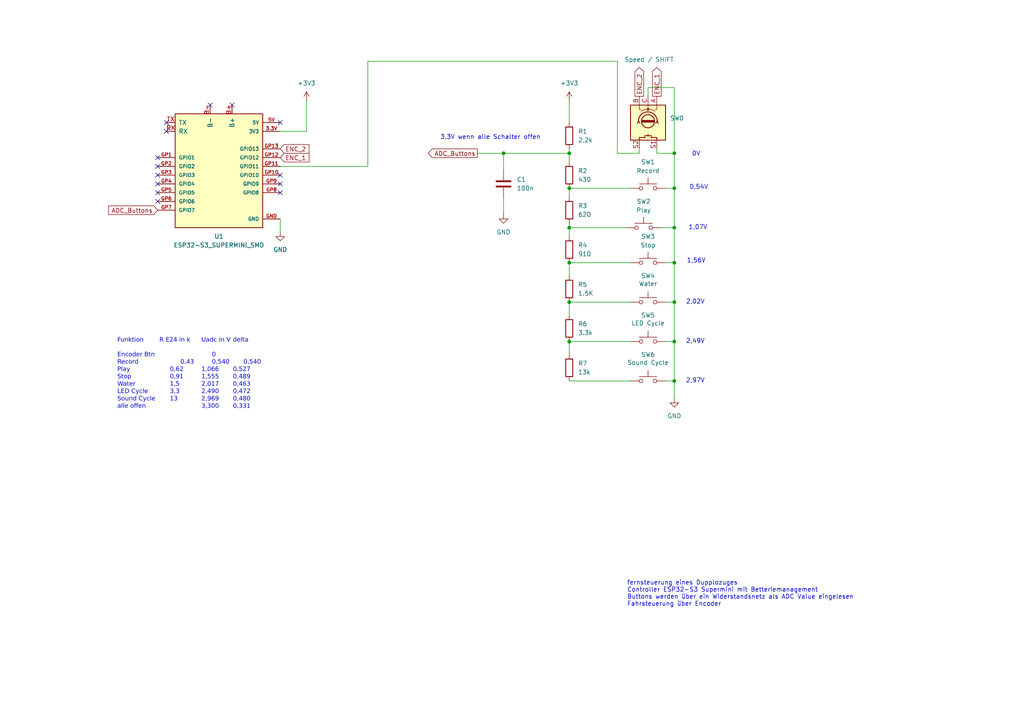
<source format=kicad_sch>
(kicad_sch (version 20250114) (generator "eeschema") (generator_version "9.0")
  (paper "A4")
  (lib_symbols
    (symbol "Device:C" (pin_numbers (hide yes)) (pin_names (offset 0.254))
      (property "Reference" "C" (at 0.635 2.54 0))
      (property "Value" "C" (at 0.635 -2.54 0))
      (symbol "C_0_1"
        (polyline (pts (xy -2.032 0.762) (xy 2.032 0.762)) (stroke (width 0.508)))
        (polyline (pts (xy -2.032 -0.762) (xy 2.032 -0.762)) (stroke (width 0.508)))
      )
      (symbol "C_1_1"
        (pin passive line (at 0 3.81 270) (length 2.794) (name "~") (number "1"))
        (pin passive line (at 0 -3.81 90) (length 2.794) (name "~") (number "2"))
      )
    )
    (symbol "Device:R" (pin_numbers (hide yes)) (pin_names (offset 0))
      (property "Reference" "R" (at 2.032 0 90))
      (property "Value" "R" (at 0 0 90))
      (symbol "R_0_1"
        (rectangle (start -1.016 -2.54) (end 1.016 2.54) (stroke (width 0.254)))
      )
      (symbol "R_1_1"
        (pin passive line (at 0 3.81 270) (length 1.27) (name "~") (number "1"))
        (pin passive line (at 0 -3.81 90) (length 1.27) (name "~") (number "2"))
      )
    )
    (symbol "Device:RotaryEncoder_Switch" (pin_names (offset 0.254) (hide yes))
      (property "Reference" "SW" (at 0 6.604 0))
      (property "Value" "RotaryEncoder_Switch" (at 0 -6.604 0))
      (symbol "RotaryEncoder_Switch_0_1"
        (rectangle (start -5.08 5.08) (end 5.08 -5.08) (stroke (width 0.254)) (fill (type background)))
        (polyline (pts (xy -5.08 2.54) (xy -3.81 2.54) (xy -3.81 2.032)))
        (polyline (pts (xy -5.08 0) (xy -3.81 0) (xy -3.81 -1.016) (xy -3.302 -2.032)))
        (polyline (pts (xy -5.08 -2.54) (xy -3.81 -2.54) (xy -3.81 -2.032)))
        (polyline (pts (xy -4.318 0) (xy -3.81 0) (xy -3.81 1.016) (xy -3.302 2.032)))
        (circle (center -3.81 0) (radius 0.254) (fill (type outline)))
        (polyline (pts (xy -0.635 -1.778) (xy -0.635 1.778)) (stroke (width 0.254)))
        (circle (center -0.381 0) (radius 1.905) (stroke (width 0.254)))
        (polyline (pts (xy -0.381 -1.778) (xy -0.381 1.778)) (stroke (width 0.254)))
        (arc (start -0.381 -2.794) (mid -3.0988 -0.0635) (end -0.381 2.667) (stroke (width 0.254)))
        (polyline (pts (xy -0.127 1.778) (xy -0.127 -1.778)) (stroke (width 0.254)))
        (polyline (pts (xy 0.254 2.921) (xy -0.508 2.667) (xy 0.127 2.286)) (stroke (width 0.254)))
        (polyline (pts (xy 0.254 -3.048) (xy -0.508 -2.794) (xy 0.127 -2.413)) (stroke (width 0.254)))
        (polyline (pts (xy 3.81 1.016) (xy 3.81 -1.016)) (stroke (width 0.254)))
        (polyline (pts (xy 3.81 0) (xy 3.429 0)) (stroke (width 0.254)))
        (circle (center 4.318 1.016) (radius 0.127) (stroke (width 0.254)))
        (circle (center 4.318 -1.016) (radius 0.127) (stroke (width 0.254)))
        (polyline (pts (xy 5.08 2.54) (xy 4.318 2.54) (xy 4.318 1.016)) (stroke (width 0.254)))
        (polyline (pts (xy 5.08 -2.54) (xy 4.318 -2.54) (xy 4.318 -1.016)) (stroke (width 0.254)))
      )
      (symbol "RotaryEncoder_Switch_1_1"
        (pin passive line (at -7.62 2.54 0) (length 2.54) (name "A") (number "A"))
        (pin passive line (at -7.62 0 0) (length 2.54) (name "C") (number "C"))
        (pin passive line (at -7.62 -2.54 0) (length 2.54) (name "B") (number "B"))
        (pin passive line (at 7.62 2.54 180) (length 2.54) (name "S1") (number "S1"))
        (pin passive line (at 7.62 -2.54 180) (length 2.54) (name "S2") (number "S2"))
      )
    )
    (symbol "ESP32-S3_SUPERMINI_SMD:ESP32-S3_SUPERMINI_SMD" (pin_names (offset 1.016))
      (property "Reference" "U" (at -12.7 16.002 0))
      (property "Value" "ESP32-S3_SUPERMINI_SMD" (at -12.7 -20.32 0))
      (symbol "ESP32-S3_SUPERMINI_SMD_0_0"
        (rectangle (start -12.7 15.24) (end 12.7 -17.78) (stroke (width 0.254)) (fill (type background)))
        (pin bidirectional line (at -17.78 2.54 0) (length 5.08) (name "GPIO1") (number "GP1"))
        (pin bidirectional line (at -17.78 0 0) (length 5.08) (name "GPIO2") (number "GP2"))
        (pin bidirectional line (at -17.78 -2.54 0) (length 5.08) (name "GPIO3") (number "GP3"))
        (pin bidirectional line (at -17.78 -5.08 0) (length 5.08) (name "GPIO4") (number "GP4"))
        (pin bidirectional line (at -17.78 -7.62 0) (length 5.08) (name "GPIO5") (number "GP5"))
        (pin bidirectional line (at -17.78 -10.16 0) (length 5.08) (name "GPIO6") (number "GP6"))
        (pin bidirectional line (at -17.78 -12.7 0) (length 5.08) (name "GPIO7") (number "GP7"))
        (pin power_in line (at 17.78 12.7 180) (length 5.08) (name "5V") (number "5V"))
      )
      (symbol "ESP32-S3_SUPERMINI_SMD_1_0"
        (pin bidirectional line (at -15.24 12.7 0) (length 2.54) (name "TX") (number "TX"))
        (pin bidirectional line (at -15.24 10.16 0) (length 2.54) (name "RX") (number "RX"))
        (pin power_in line (at -2.54 17.78 270) (length 2.54) (name "B-") (number "B-"))
        (pin power_in line (at 3.81 17.78 270) (length 2.54) (name "B+") (number "B+"))
        (pin power_in line (at 17.78 10.16 180) (length 5.08) (name "3V3") (number "3.3V"))
        (pin bidirectional line (at 17.78 5.08 180) (length 5.08) (name "GPIO13") (number "GP13"))
        (pin bidirectional line (at 17.78 2.54 180) (length 5.08) (name "GPIO12") (number "GP12"))
        (pin bidirectional line (at 17.78 0 180) (length 5.08) (name "GPIO11") (number "GP11"))
        (pin bidirectional line (at 17.78 -2.54 180) (length 5.08) (name "GPIO10") (number "GP10"))
        (pin bidirectional line (at 17.78 -5.08 180) (length 5.08) (name "GPIO9") (number "GP9"))
        (pin bidirectional line (at 17.78 -7.62 180) (length 5.08) (name "GPIO8") (number "GP8"))
        (pin power_in line (at 17.78 -15.24 180) (length 5.08) (name "GND") (number "GND"))
      )
    )
    (symbol "Switch:SW_Push" (pin_numbers (hide yes)) (pin_names (offset 1.016) (hide yes))
      (property "Reference" "SW" (at 1.27 2.54 0))
      (property "Value" "SW_Push" (at 0 -1.524 0))
      (symbol "SW_Push_0_1"
        (circle (center -2.032 0) (radius 0.508))
        (polyline (pts (xy 0 1.27) (xy 0 3.048)))
        (circle (center 2.032 0) (radius 0.508))
        (polyline (pts (xy 2.54 1.27) (xy -2.54 1.27)))
        (pin passive line (at -5.08 0 0) (length 2.54) (name "1") (number "1"))
        (pin passive line (at 5.08 0 180) (length 2.54) (name "2") (number "2"))
      )
    )
    (symbol "power:+3V3" (power) (pin_numbers (hide yes)) (pin_names (offset 0) (hide yes))
      (property "Value" "+3V3" (at 0 3.556 0))
      (symbol "+3V3_0_1"
        (polyline (pts (xy -0.762 1.27) (xy 0 2.54)))
        (polyline (pts (xy 0 2.54) (xy 0.762 1.27)))
        (polyline (pts (xy 0 0) (xy 0 2.54)))
      )
      (symbol "+3V3_1_1"
        (pin power_in line (at 0 0 90) (length 0) (name "~") (number "1"))
      )
    )
    (symbol "power:GND" (power) (pin_numbers (hide yes)) (pin_names (offset 0) (hide yes))
      (property "Value" "GND" (at 0 -3.81 0))
      (symbol "GND_0_1"
        (polyline (pts (xy 0 0) (xy 0 -1.27) (xy 1.27 -1.27) (xy 0 -2.54) (xy -1.27 -1.27) (xy 0 -1.27)))
      )
      (symbol "GND_1_1"
        (pin power_in line (at 0 0 270) (length 0) (name "~") (number "1"))
      )
    )
  )
  (text "2,02V" (at 201.676 87.63 0) (effects (font (size 1.27 1.27))))
  (text "0,54V" (at 202.692 54.356 0) (effects (font (size 1.27 1.27))))
  (text "0V" (at 201.93 44.704 0) (effects (font (size 1.27 1.27))))
  (text "2,49V" (at 201.676 99.06 0) (effects (font (size 1.27 1.27))))
  (text "1,07V" (at 202.438 66.04 0) (effects (font (size 1.27 1.27))))
  (text "fernsteuerung eines Dupplozuges \nController ESP32-S3 Supermini mit Betteriemanagement\nButtons werden über ein Widerstandsnetz als ADC Value eingelesen\nFahrsteuerung über Encoder" (at 181.864 172.212 0) (effects (font (size 1.27 1.27)) (justify left)))
  (text "3,3V wenn alle Schalter offen" (at 142.24 39.878 0) (effects (font (size 1.27 1.27))))
  (text "2,97V\n" (at 201.676 110.49 0) (effects (font (size 1.27 1.27))))
  (text "Funktion		R E24 in k		Uadc in V	delta\n\nEncoder Btn						0	\nRecord				0,43		0,540		0,540\nPlay				0,62		1,066		0,527\nStop				0,91		1,555		0,489\nWater				1,5			2,017		0,463\nLED Cycle			3,3			2,490		0,472\nSound Cycle		13			2,969		0,480\nalle offen						3,300		0,331" (at 34.036 108.712 0) (effects (font (size 1.27 1.27)) (justify left)))
  (text "1,56V" (at 201.93 75.692 0) (effects (font (size 1.27 1.27))))
  (junction (at 195.58 66.04))
  (junction (at 195.58 99.06))
  (junction (at 165.1 76.2))
  (junction (at 195.58 110.49))
  (junction (at 195.58 76.2))
  (junction (at 195.58 54.61))
  (junction (at 195.58 44.45))
  (junction (at 165.1 87.63))
  (junction (at 146.05 44.45))
  (junction (at 165.1 99.06))
  (junction (at 165.1 54.61))
  (junction (at 165.1 44.45))
  (junction (at 195.58 87.63))
  (junction (at 165.1 66.04))
  (no_connect (at 81.28 50.8))
  (no_connect (at 45.72 48.26))
  (no_connect (at 81.28 53.34))
  (no_connect (at 81.28 55.88))
  (no_connect (at 60.96 30.48))
  (no_connect (at 67.31 30.48))
  (no_connect (at 45.72 55.88))
  (no_connect (at 45.72 58.42))
  (no_connect (at 48.26 35.56))
  (no_connect (at 45.72 50.8))
  (no_connect (at 48.26 38.1))
  (no_connect (at 45.72 45.72))
  (no_connect (at 81.28 35.56))
  (no_connect (at 45.72 53.34))
  (wire (pts (xy 165.1 76.2) (xy 165.1 80.01)))
  (wire (pts (xy 195.58 44.45) (xy 195.58 54.61)))
  (wire (pts (xy 88.9 29.21) (xy 88.9 38.1)))
  (wire (pts (xy 165.1 110.49) (xy 182.88 110.49)))
  (wire (pts (xy 165.1 43.18) (xy 165.1 44.45)))
  (wire (pts (xy 165.1 91.44) (xy 165.1 87.63)))
  (wire (pts (xy 195.58 110.49) (xy 195.58 115.57)))
  (wire (pts (xy 187.96 27.94) (xy 187.96 25.4)))
  (wire (pts (xy 195.58 99.06) (xy 195.58 110.49)))
  (wire (pts (xy 165.1 54.61) (xy 182.88 54.61)))
  (wire (pts (xy 165.1 76.2) (xy 182.88 76.2)))
  (wire (pts (xy 179.07 17.78) (xy 179.07 44.45)))
  (wire (pts (xy 195.58 54.61) (xy 195.58 66.04)))
  (wire (pts (xy 146.05 49.53) (xy 146.05 44.45)))
  (wire (pts (xy 106.68 48.26) (xy 81.28 48.26)))
  (wire (pts (xy 106.68 17.78) (xy 179.07 17.78)))
  (wire (pts (xy 165.1 99.06) (xy 165.1 102.87)))
  (wire (pts (xy 165.1 44.45) (xy 165.1 46.99)))
  (wire (pts (xy 195.58 99.06) (xy 193.04 99.06)))
  (wire (pts (xy 195.58 66.04) (xy 195.58 76.2)))
  (wire (pts (xy 179.07 44.45) (xy 185.42 44.45)))
  (wire (pts (xy 165.1 54.61) (xy 165.1 57.15)))
  (wire (pts (xy 165.1 99.06) (xy 182.88 99.06)))
  (wire (pts (xy 81.28 38.1) (xy 88.9 38.1)))
  (wire (pts (xy 195.58 110.49) (xy 193.04 110.49)))
  (wire (pts (xy 195.58 87.63) (xy 193.04 87.63)))
  (wire (pts (xy 187.96 25.4) (xy 195.58 25.4)))
  (wire (pts (xy 190.5 44.45) (xy 190.5 43.18)))
  (wire (pts (xy 165.1 87.63) (xy 182.88 87.63)))
  (wire (pts (xy 185.42 43.18) (xy 185.42 44.45)))
  (wire (pts (xy 190.5 44.45) (xy 195.58 44.45)))
  (wire (pts (xy 195.58 87.63) (xy 195.58 99.06)))
  (wire (pts (xy 195.58 76.2) (xy 195.58 87.63)))
  (wire (pts (xy 195.58 76.2) (xy 193.04 76.2)))
  (wire (pts (xy 193.04 54.61) (xy 195.58 54.61)))
  (wire (pts (xy 195.58 25.4) (xy 195.58 44.45)))
  (wire (pts (xy 165.1 64.77) (xy 165.1 66.04)))
  (wire (pts (xy 165.1 29.21) (xy 165.1 35.56)))
  (wire (pts (xy 146.05 57.15) (xy 146.05 62.23)))
  (wire (pts (xy 165.1 66.04) (xy 181.61 66.04)))
  (wire (pts (xy 106.68 17.78) (xy 106.68 48.26)))
  (wire (pts (xy 165.1 66.04) (xy 165.1 68.58)))
  (wire (pts (xy 195.58 66.04) (xy 191.77 66.04)))
  (wire (pts (xy 81.28 63.5) (xy 81.28 67.31)))
  (wire (pts (xy 138.43 44.45) (xy 146.05 44.45)))
  (wire (pts (xy 146.05 44.45) (xy 165.1 44.45)))
  (global_label "ENC_1" (shape output) (at 190.5 27.94 90) (property "Intersheetrefs" "${INTERSHEET_REFS}" (effects (hide yes))))
  (global_label "ENC_1" (shape input) (at 81.28 45.72 0) (property "Intersheetrefs" "${INTERSHEET_REFS}" (effects (hide yes))))
  (global_label "ADC_Buttons" (shape output) (at 138.43 44.45 180) (property "Intersheetrefs" "${INTERSHEET_REFS}" (effects (hide yes))))
  (global_label "ADC_Buttons" (shape input) (at 45.72 60.96 180) (property "Intersheetrefs" "${INTERSHEET_REFS}" (effects (hide yes))))
  (global_label "ENC_2" (shape input) (at 81.28 43.18 0) (property "Intersheetrefs" "${INTERSHEET_REFS}" (effects (hide yes))))
  (global_label "ENC_2" (shape output) (at 185.42 27.94 90) (property "Intersheetrefs" "${INTERSHEET_REFS}" (effects (hide yes))))
  (symbol (lib_id "Switch:SW_Push") (at 187.96 87.63 0) (unit 1)
    (property "Reference" "SW4" (at 187.96 80.01 0))
    (property "Value" "Water" (at 187.96 82.296 0))
    (property "Footprint" "Button_Switch_SMD:SW_SPST_Omron_B3FS-101xP" (effects (hide yes)))
    (property "Description" "Push button switch, generic, two pins" (effects (hide yes)))
  )
  (symbol (lib_id "Device:R") (at 165.1 83.82 0) (unit 1)
    (property "Reference" "R5" (at 167.64 82.5499 0) (effects (justify left)))
    (property "Value" "1.5K" (at 167.64 85.0899 0) (effects (justify left)))
    (property "Footprint" "Resistor_SMD:R_0805_2012Metric_Pad1.20x1.40mm_HandSolder" (effects (hide yes)))
    (property "Description" "Resistor" (effects (hide yes)))
  )
  (symbol (lib_id "Device:R") (at 165.1 95.25 0) (unit 1)
    (property "Reference" "R6" (at 167.64 93.9799 0) (effects (justify left)))
    (property "Value" "3.3k" (at 167.64 96.5199 0) (effects (justify left)))
    (property "Footprint" "Resistor_SMD:R_0805_2012Metric_Pad1.20x1.40mm_HandSolder" (effects (hide yes)))
    (property "Description" "Resistor" (effects (hide yes)))
  )
  (symbol (lib_id "Device:R") (at 165.1 50.8 0) (unit 1)
    (property "Reference" "R2" (at 167.64 49.5299 0) (effects (justify left)))
    (property "Value" "430" (at 167.64 52.0699 0) (effects (justify left)))
    (property "Footprint" "Resistor_SMD:R_0805_2012Metric_Pad1.20x1.40mm_HandSolder" (effects (hide yes)))
    (property "Description" "Resistor" (effects (hide yes)))
  )
  (symbol (lib_id "power:GND") (at 195.58 115.57 0) (unit 1)
    (property "Reference" "#PWR06" (effects (hide yes)))
    (property "Value" "GND" (at 195.58 120.65 0))
    (property "Description" "Power symbol creates a global label with name \"GND\" , ground" (effects (hide yes)))
  )
  (symbol (lib_id "Switch:SW_Push") (at 187.96 99.06 0) (unit 1)
    (property "Reference" "SW5" (at 187.96 91.44 0))
    (property "Value" "LED Cycle" (at 187.96 93.726 0))
    (property "Footprint" "Button_Switch_SMD:SW_SPST_Omron_B3FS-101xP" (effects (hide yes)))
    (property "Description" "Push button switch, generic, two pins" (effects (hide yes)))
  )
  (symbol (lib_id "Device:R") (at 165.1 60.96 0) (unit 1)
    (property "Reference" "R3" (at 167.64 59.6899 0) (effects (justify left)))
    (property "Value" "620" (at 167.64 62.2299 0) (effects (justify left)))
    (property "Footprint" "Resistor_SMD:R_0805_2012Metric_Pad1.20x1.40mm_HandSolder" (effects (hide yes)))
    (property "Description" "Resistor" (effects (hide yes)))
  )
  (symbol (lib_id "ESP32-S3_SUPERMINI_SMD:ESP32-S3_SUPERMINI_SMD") (at 63.5 48.26 0) (unit 1)
    (property "Reference" "U1" (at 63.5 68.58 0))
    (property "Value" "ESP32-S3_SUPERMINI_SMD" (at 63.5 71.12 0))
    (property "Footprint" "ESP32-S3_SUPERMINI_SMD:MODULE_ESP32-S3_SUPERMINI_SMD" (effects (hide yes)))
    (property "MF" "Espressif Systems" (effects (hide yes)))
    (property "Description_1" "Super tiny ESP32-S3 board" (effects (hide yes)))
    (property "CREATOR" "DIZAR" (effects (hide yes)))
    (property "Price" "None" (effects (hide yes)))
    (property "Package" "Package" (effects (hide yes)))
    (property "Check_prices" "https://www.snapeda.com/parts/ESP32-C3%20SuperMini_TH/Espressif+Systems/view-part/?ref=eda" (effects (hide yes)))
    (property "STANDARD" "IPC-7351B" (effects (hide yes)))
    (property "SnapEDA_Link" "https://www.snapeda.com/parts/ESP32-C3%20SuperMini_TH/Espressif+Systems/view-part/?ref=snap" (effects (hide yes)))
    (property "MP" "ESP32-C3 SuperMini_TH" (effects (hide yes)))
    (property "Availability" "Not in stock" (effects (hide yes)))
    (property "MANUFACTURER" "Espressif Systems" (effects (hide yes)))
  )
  (symbol (lib_id "Device:C") (at 146.05 53.34 0) (unit 1)
    (property "Reference" "C1" (at 149.86 52.0699 0) (effects (justify left)))
    (property "Value" "100n" (at 149.86 54.6099 0) (effects (justify left)))
    (property "Footprint" "Capacitor_THT:C_Rect_L7.0mm_W2.0mm_P5.00mm" (effects (hide yes)))
    (property "Description" "Unpolarized capacitor" (effects (hide yes)))
  )
  (symbol (lib_id "Switch:SW_Push") (at 187.96 54.61 0) (unit 1)
    (property "Reference" "SW1" (at 187.96 46.99 0))
    (property "Value" "Record" (at 187.96 49.53 0))
    (property "Footprint" "Button_Switch_SMD:SW_SPST_Omron_B3FS-101xP" (effects (hide yes)))
    (property "Description" "Push button switch, generic, two pins" (effects (hide yes)))
  )
  (symbol (lib_id "Switch:SW_Push") (at 187.96 76.2 0) (unit 1)
    (property "Reference" "SW3" (at 187.96 68.58 0))
    (property "Value" "Stop" (at 187.96 71.12 0))
    (property "Footprint" "Button_Switch_SMD:SW_SPST_Omron_B3FS-101xP" (effects (hide yes)))
    (property "Description" "Push button switch, generic, two pins" (effects (hide yes)))
  )
  (symbol (lib_id "power:+3V3") (at 165.1 29.21 0) (unit 1)
    (property "Reference" "#PWR01" (effects (hide yes)))
    (property "Value" "+3V3" (at 165.1 24.13 0))
    (property "Description" "Power symbol creates a global label with name \"+3V3\"" (effects (hide yes)))
  )
  (symbol (lib_id "Switch:SW_Push") (at 187.96 110.49 0) (unit 1)
    (property "Reference" "SW6" (at 187.96 102.87 0))
    (property "Value" "Sound Cycle" (at 187.96 105.156 0))
    (property "Footprint" "Button_Switch_SMD:SW_SPST_Omron_B3FS-101xP" (effects (hide yes)))
    (property "Description" "Push button switch, generic, two pins" (effects (hide yes)))
  )
  (symbol (lib_id "power:GND") (at 81.28 67.31 0) (unit 1)
    (property "Reference" "#PWR05" (effects (hide yes)))
    (property "Value" "GND" (at 81.28 72.39 0))
    (property "Description" "Power symbol creates a global label with name \"GND\" , ground" (effects (hide yes)))
  )
  (symbol (lib_id "Device:R") (at 165.1 39.37 0) (unit 1)
    (property "Reference" "R1" (at 167.64 38.0999 0) (effects (justify left)))
    (property "Value" "2,2k" (at 167.64 40.6399 0) (effects (justify left)))
    (property "Footprint" "Resistor_SMD:R_0805_2012Metric_Pad1.20x1.40mm_HandSolder" (effects (hide yes)))
    (property "Description" "Resistor" (effects (hide yes)))
  )
  (symbol (lib_id "Device:R") (at 165.1 106.68 0) (unit 1)
    (property "Reference" "R7" (at 167.64 105.4099 0) (effects (justify left)))
    (property "Value" "13k" (at 167.64 107.9499 0) (effects (justify left)))
    (property "Footprint" "Resistor_SMD:R_0805_2012Metric_Pad1.20x1.40mm_HandSolder" (effects (hide yes)))
    (property "Description" "Resistor" (effects (hide yes)))
  )
  (symbol (lib_id "power:+3V3") (at 88.9 29.21 0) (unit 1)
    (property "Reference" "#PWR03" (effects (hide yes)))
    (property "Value" "+3V3" (at 88.9 24.13 0))
    (property "Description" "Power symbol creates a global label with name \"+3V3\"" (effects (hide yes)))
  )
  (symbol (lib_id "Device:RotaryEncoder_Switch") (at 187.96 35.56 270) (unit 1)
    (property "Reference" "SW0" (at 194.31 34.2899 90) (effects (justify left)))
    (property "Value" "Speed / SHIFT" (at 181.102 17.272 90) (effects (justify left)))
    (property "Footprint" "Rotary_Encoder:RotaryEncoder_Bourns_Vertical_PEC12R-3x17F-Sxxxx" (effects (hide yes)))
    (property "Description" "Rotary encoder, dual channel, incremental quadrate outputs, with switch" (effects (hide yes)))
  )
  (symbol (lib_id "Switch:SW_Push") (at 186.69 66.04 0) (unit 1)
    (property "Reference" "SW2" (at 186.69 58.42 0))
    (property "Value" "Play" (at 186.69 60.96 0))
    (property "Footprint" "Button_Switch_SMD:SW_SPST_Omron_B3FS-101xP" (effects (hide yes)))
    (property "Description" "Push button switch, generic, two pins" (effects (hide yes)))
  )
  (symbol (lib_id "Device:R") (at 165.1 72.39 0) (unit 1)
    (property "Reference" "R4" (at 167.64 71.1199 0) (effects (justify left)))
    (property "Value" "910" (at 167.64 73.6599 0) (effects (justify left)))
    (property "Footprint" "Resistor_SMD:R_0805_2012Metric_Pad1.20x1.40mm_HandSolder" (effects (hide yes)))
    (property "Description" "Resistor" (effects (hide yes)))
  )
  (symbol (lib_id "power:GND") (at 146.05 62.23 0) (unit 1)
    (property "Reference" "#PWR02" (effects (hide yes)))
    (property "Value" "GND" (at 146.05 67.31 0))
    (property "Description" "Power symbol creates a global label with name \"GND\" , ground" (effects (hide yes)))
  )
)
</source>
